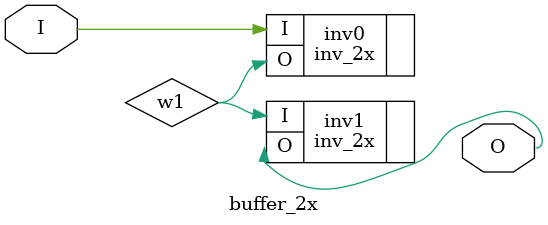
<source format=v>

module buffer_2x(I, O);
    input I;
    output wire O;

    wire w1;

    inv_2x inv0(.I(I), .O(w1));
    inv_2x inv1(.I(w1), .O(O));
endmodule
</source>
